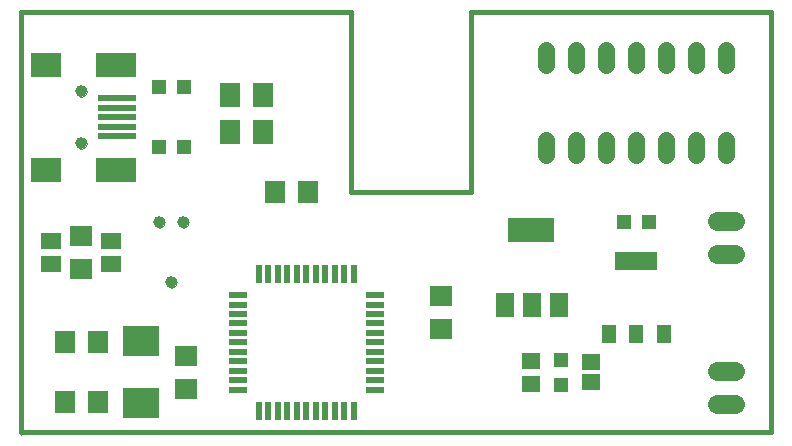
<source format=gts>
G75*
%MOIN*%
%OFA0B0*%
%FSLAX24Y24*%
%IPPOS*%
%LPD*%
%AMOC8*
5,1,8,0,0,1.08239X$1,22.5*
%
%ADD10C,0.0000*%
%ADD11C,0.0160*%
%ADD12R,0.0512X0.0512*%
%ADD13R,0.0631X0.0552*%
%ADD14R,0.0749X0.0670*%
%ADD15C,0.0390*%
%ADD16R,0.0512X0.0591*%
%ADD17R,0.1418X0.0591*%
%ADD18R,0.0237X0.0631*%
%ADD19R,0.0631X0.0237*%
%ADD20R,0.0670X0.0749*%
%ADD21R,0.0750X0.0670*%
%ADD22R,0.0670X0.0552*%
%ADD23R,0.1221X0.1024*%
%ADD24R,0.1024X0.0827*%
%ADD25R,0.1339X0.0827*%
%ADD26R,0.1260X0.0237*%
%ADD27C,0.0394*%
%ADD28R,0.0670X0.0827*%
%ADD29R,0.0630X0.0830*%
%ADD30R,0.1540X0.0830*%
%ADD31C,0.0640*%
%ADD32C,0.0560*%
D10*
X003100Y003862D02*
X003100Y003962D01*
X003100Y017962D01*
X004923Y015329D02*
X004925Y015355D01*
X004931Y015381D01*
X004941Y015406D01*
X004954Y015429D01*
X004970Y015449D01*
X004990Y015467D01*
X005012Y015482D01*
X005035Y015494D01*
X005061Y015502D01*
X005087Y015506D01*
X005113Y015506D01*
X005139Y015502D01*
X005165Y015494D01*
X005189Y015482D01*
X005210Y015467D01*
X005230Y015449D01*
X005246Y015429D01*
X005259Y015406D01*
X005269Y015381D01*
X005275Y015355D01*
X005277Y015329D01*
X005275Y015303D01*
X005269Y015277D01*
X005259Y015252D01*
X005246Y015229D01*
X005230Y015209D01*
X005210Y015191D01*
X005188Y015176D01*
X005165Y015164D01*
X005139Y015156D01*
X005113Y015152D01*
X005087Y015152D01*
X005061Y015156D01*
X005035Y015164D01*
X005011Y015176D01*
X004990Y015191D01*
X004970Y015209D01*
X004954Y015229D01*
X004941Y015252D01*
X004931Y015277D01*
X004925Y015303D01*
X004923Y015329D01*
X004923Y013596D02*
X004925Y013622D01*
X004931Y013648D01*
X004941Y013673D01*
X004954Y013696D01*
X004970Y013716D01*
X004990Y013734D01*
X005012Y013749D01*
X005035Y013761D01*
X005061Y013769D01*
X005087Y013773D01*
X005113Y013773D01*
X005139Y013769D01*
X005165Y013761D01*
X005189Y013749D01*
X005210Y013734D01*
X005230Y013716D01*
X005246Y013696D01*
X005259Y013673D01*
X005269Y013648D01*
X005275Y013622D01*
X005277Y013596D01*
X005275Y013570D01*
X005269Y013544D01*
X005259Y013519D01*
X005246Y013496D01*
X005230Y013476D01*
X005210Y013458D01*
X005188Y013443D01*
X005165Y013431D01*
X005139Y013423D01*
X005113Y013419D01*
X005087Y013419D01*
X005061Y013423D01*
X005035Y013431D01*
X005011Y013443D01*
X004990Y013458D01*
X004970Y013476D01*
X004954Y013496D01*
X004941Y013519D01*
X004931Y013544D01*
X004925Y013570D01*
X004923Y013596D01*
X007525Y010962D02*
X007527Y010988D01*
X007533Y011014D01*
X007542Y011038D01*
X007555Y011061D01*
X007572Y011081D01*
X007591Y011099D01*
X007613Y011114D01*
X007636Y011125D01*
X007661Y011133D01*
X007687Y011137D01*
X007713Y011137D01*
X007739Y011133D01*
X007764Y011125D01*
X007788Y011114D01*
X007809Y011099D01*
X007828Y011081D01*
X007845Y011061D01*
X007858Y011038D01*
X007867Y011014D01*
X007873Y010988D01*
X007875Y010962D01*
X007873Y010936D01*
X007867Y010910D01*
X007858Y010886D01*
X007845Y010863D01*
X007828Y010843D01*
X007809Y010825D01*
X007787Y010810D01*
X007764Y010799D01*
X007739Y010791D01*
X007713Y010787D01*
X007687Y010787D01*
X007661Y010791D01*
X007636Y010799D01*
X007612Y010810D01*
X007591Y010825D01*
X007572Y010843D01*
X007555Y010863D01*
X007542Y010886D01*
X007533Y010910D01*
X007527Y010936D01*
X007525Y010962D01*
X008325Y010962D02*
X008327Y010988D01*
X008333Y011014D01*
X008342Y011038D01*
X008355Y011061D01*
X008372Y011081D01*
X008391Y011099D01*
X008413Y011114D01*
X008436Y011125D01*
X008461Y011133D01*
X008487Y011137D01*
X008513Y011137D01*
X008539Y011133D01*
X008564Y011125D01*
X008588Y011114D01*
X008609Y011099D01*
X008628Y011081D01*
X008645Y011061D01*
X008658Y011038D01*
X008667Y011014D01*
X008673Y010988D01*
X008675Y010962D01*
X008673Y010936D01*
X008667Y010910D01*
X008658Y010886D01*
X008645Y010863D01*
X008628Y010843D01*
X008609Y010825D01*
X008587Y010810D01*
X008564Y010799D01*
X008539Y010791D01*
X008513Y010787D01*
X008487Y010787D01*
X008461Y010791D01*
X008436Y010799D01*
X008412Y010810D01*
X008391Y010825D01*
X008372Y010843D01*
X008355Y010863D01*
X008342Y010886D01*
X008333Y010910D01*
X008327Y010936D01*
X008325Y010962D01*
X007925Y008962D02*
X007927Y008988D01*
X007933Y009014D01*
X007942Y009038D01*
X007955Y009061D01*
X007972Y009081D01*
X007991Y009099D01*
X008013Y009114D01*
X008036Y009125D01*
X008061Y009133D01*
X008087Y009137D01*
X008113Y009137D01*
X008139Y009133D01*
X008164Y009125D01*
X008188Y009114D01*
X008209Y009099D01*
X008228Y009081D01*
X008245Y009061D01*
X008258Y009038D01*
X008267Y009014D01*
X008273Y008988D01*
X008275Y008962D01*
X008273Y008936D01*
X008267Y008910D01*
X008258Y008886D01*
X008245Y008863D01*
X008228Y008843D01*
X008209Y008825D01*
X008187Y008810D01*
X008164Y008799D01*
X008139Y008791D01*
X008113Y008787D01*
X008087Y008787D01*
X008061Y008791D01*
X008036Y008799D01*
X008012Y008810D01*
X007991Y008825D01*
X007972Y008843D01*
X007955Y008863D01*
X007942Y008886D01*
X007933Y008910D01*
X007927Y008936D01*
X007925Y008962D01*
D11*
X014100Y011962D02*
X018100Y011962D01*
X018100Y017962D01*
X028100Y017962D01*
X028100Y003962D01*
X003100Y003962D01*
X003100Y017962D01*
X014100Y017962D01*
X014100Y011962D01*
D12*
X008513Y013462D03*
X007687Y013462D03*
X007687Y015462D03*
X008513Y015462D03*
X021100Y006376D03*
X021100Y005549D03*
X023187Y010962D03*
X024013Y010962D03*
D13*
X022100Y006297D03*
X022100Y005628D03*
X020100Y005588D03*
X020100Y006337D03*
D14*
X017100Y007411D03*
X017100Y008514D03*
X005100Y009411D03*
X005100Y010514D03*
D15*
X007700Y010962D03*
X008500Y010962D03*
X008100Y008962D03*
D16*
X022690Y007242D03*
X023600Y007242D03*
X024510Y007242D03*
D17*
X023600Y009683D03*
D18*
X014175Y009246D03*
X013860Y009246D03*
X013545Y009246D03*
X013230Y009246D03*
X012915Y009246D03*
X012600Y009246D03*
X012285Y009246D03*
X011970Y009246D03*
X011655Y009246D03*
X011340Y009246D03*
X011025Y009246D03*
X011025Y004679D03*
X011340Y004679D03*
X011655Y004679D03*
X011970Y004679D03*
X012285Y004679D03*
X012600Y004679D03*
X012915Y004679D03*
X013230Y004679D03*
X013545Y004679D03*
X013860Y004679D03*
X014175Y004679D03*
D19*
X014883Y005388D03*
X014883Y005703D03*
X014883Y006018D03*
X014883Y006333D03*
X014883Y006648D03*
X014883Y006962D03*
X014883Y007277D03*
X014883Y007592D03*
X014883Y007907D03*
X014883Y008222D03*
X014883Y008537D03*
X010317Y008537D03*
X010317Y008222D03*
X010317Y007907D03*
X010317Y007592D03*
X010317Y007277D03*
X010317Y006962D03*
X010317Y006648D03*
X010317Y006333D03*
X010317Y006018D03*
X010317Y005703D03*
X010317Y005388D03*
D20*
X005651Y004962D03*
X004549Y004962D03*
X004549Y006962D03*
X005651Y006962D03*
X011549Y011962D03*
X012651Y011962D03*
D21*
X008600Y006522D03*
X008600Y005403D03*
D22*
X006100Y009588D03*
X006100Y010337D03*
X004100Y010337D03*
X004100Y009588D03*
D23*
X007100Y007012D03*
X007100Y004953D03*
D24*
X003919Y012711D03*
X003919Y016214D03*
D25*
X006242Y016214D03*
X006242Y012711D03*
D26*
X006281Y013833D03*
X006281Y014148D03*
X006281Y014462D03*
X006281Y014777D03*
X006281Y015092D03*
D27*
X005100Y015329D03*
X005100Y013596D03*
D28*
X010049Y013962D03*
X011151Y013962D03*
X011151Y015212D03*
X010049Y015212D03*
D29*
X019210Y008222D03*
X020110Y008222D03*
X021010Y008222D03*
D30*
X020100Y010702D03*
D31*
X026300Y011012D02*
X026900Y011012D01*
X026900Y009912D02*
X026300Y009912D01*
X026300Y006012D02*
X026900Y006012D01*
X026900Y004912D02*
X026300Y004912D01*
D32*
X026600Y013202D02*
X026600Y013722D01*
X025600Y013722D02*
X025600Y013202D01*
X024600Y013202D02*
X024600Y013722D01*
X023600Y013722D02*
X023600Y013202D01*
X022600Y013202D02*
X022600Y013722D01*
X021600Y013722D02*
X021600Y013202D01*
X020600Y013202D02*
X020600Y013722D01*
X020600Y016202D02*
X020600Y016722D01*
X021600Y016722D02*
X021600Y016202D01*
X022600Y016202D02*
X022600Y016722D01*
X023600Y016722D02*
X023600Y016202D01*
X024600Y016202D02*
X024600Y016722D01*
X025600Y016722D02*
X025600Y016202D01*
X026600Y016202D02*
X026600Y016722D01*
M02*

</source>
